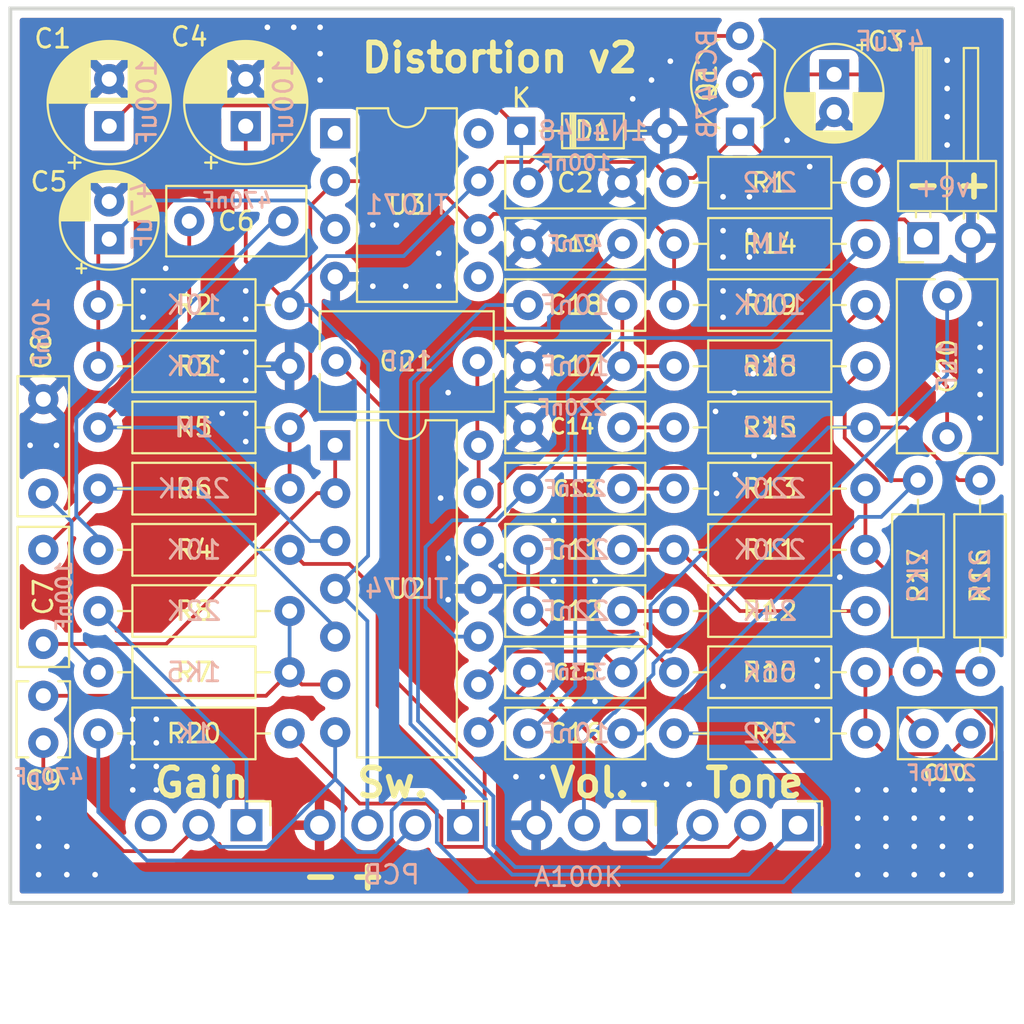
<source format=kicad_pcb>
(kicad_pcb (version 20240108) (generator "pcbnew") (generator_version "8.0")
  (layers (0 "F.Cu" signal) (31 "B.Cu" signal) (34 "B.Paste" user) (35 "F.Paste" user) (36 "B.SilkS" user "B.Silkscreen") (37 "F.SilkS" user "F.Silkscreen") (38 "B.Mask" user) (39 "F.Mask" user) (44 "Edge.Cuts" user))
  (net 0 "")
  (net 1 "GND")
  (net 2 "Net-(D1-K)")
  (net 3 "Net-(Q1-B)")
  (net 4 "+8v")
  (net 5 "Net-(U3-+)")
  (net 6 "Net-(U2A-+)")
  (net 7 "Net-(C6-Pad1)")
  (net 8 "Net-(U2B-+)")
  (net 9 "1")
  (net 10 "Net-(C8-Pad2)")
  (net 11 "Net-(U2B--)")
  (net 12 "Net-(C9-Pad2)")
  (net 13 "Net-(C10-Pad2)")
  (net 14 "2")
  (net 15 "Net-(C11-Pad2)")
  (net 16 "Net-(C11-Pad1)")
  (net 17 "Net-(C12-Pad2)")
  (net 18 "Net-(U2C-+)")
  (net 19 "3")
  (net 20 "Net-(C14-Pad1)")
  (net 21 "Net-(C15-Pad2)")
  (net 22 "Net-(U2C--)")
  (net 23 "Net-(C16-Pad2)")
  (net 24 "4")
  (net 25 "Net-(C18-Pad1)")
  (net 26 "Net-(C19-Pad2)")
  (net 27 "Net-(C20-Pad1)")
  (net 28 "Net-(U2D-+)")
  (net 29 "Net-(C21-Pad2)")
  (net 30 "Net-(U2D--)")
  (net 31 "In")
  (net 32 "+4v")
  (net 33 "Net-(R8-Pad1)")
  (net 34 "Out")
  (net 36 "5")
  (footprint "Resistor_THT:R_Axial_DIN0207_L6.3mm_D2.5mm_P10.16mm_Horizontal" (layer "F.Cu") (at 137 98.25)
    (property "Reference" "R1")
    (property "Value" "2K2")
  )
  (footprint "Resistor_THT:R_Axial_DIN0207_L6.3mm_D2.5mm_P10.16mm_Horizontal" (layer "F.Cu") (at 147.16 117.75 180)
    (property "Reference" "R11")
    (property "Value" "220K")
  )
  (footprint "Connector_PinHeader_2.54mm:PinHeader_1x02_P2.54mm_Horizontal" (layer "F.Cu") (at 150.225 101.2 90)
    (property "Reference" "J1" (hide yes))
    (property "Value" "+9v")
  )
  (footprint "Capacitor_THT:C_Rect_L9.0mm_W5.1mm_P7.50mm_MKT" (layer "F.Cu") (at 126.55 107.75 180)
    (property "Reference" "C21")
    (property "Value" "1uF")
  )
  (footprint "Resistor_THT:R_Axial_DIN0207_L6.3mm_D2.5mm_P10.16mm_Horizontal" (layer "F.Cu") (at 137 108)
    (property "Reference" "R18")
    (property "Value" "5K6")
  )
  (footprint "Capacitor_THT:C_Rect_L7.2mm_W2.5mm_P5.00mm_FKS2_FKP2_MKS2_MKP2" (layer "F.Cu") (at 129.25 104.75)
    (property "Reference" "C18")
    (property "Value" "10nF")
  )
  (footprint "Capacitor_THT:C_Rect_L7.2mm_W2.5mm_P5.00mm_FKS2_FKP2_MKS2_MKP2" (layer "F.Cu") (at 134.25 124.25 180)
    (property "Reference" "C15")
    (property "Value" "3.3nF")
  )
  (footprint "Capacitor_THT:CP_Radial_D6.3mm_P2.50mm" (layer "F.Cu") (at 107 95.25 90)
    (property "Reference" "C1")
    (property "Value" "100uF")
  )
  (footprint "Capacitor_THT:C_Rect_L7.2mm_W2.5mm_P5.00mm_FKS2_FKP2_MKS2_MKP2" (layer "F.Cu") (at 129.25 117.75)
    (property "Reference" "C11")
    (property "Value" "22nF")
  )
  (footprint "Connector_PinHeader_2.54mm:PinHeader_1x03_P2.54mm_Horizontal" (layer "F.Cu") (at 134.75 132.375 -90)
    (property "Reference" "RV3" (hide yes))
    (property "Value" "A100K")
  )
  (footprint "Package_DIP:DIP-8_W7.62mm" (layer "F.Cu") (at 119 95.63)
    (property "Reference" "U3")
    (property "Value" "TL071")
  )
  (footprint "Resistor_THT:R_Axial_DIN0207_L6.3mm_D2.5mm_P10.16mm_Horizontal" (layer "F.Cu") (at 137 111.25)
    (property "Reference" "R15")
    (property "Value" "2K2")
  )
  (footprint "Capacitor_THT:C_Rect_L7.2mm_W2.5mm_P5.00mm_FKS2_FKP2_MKS2_MKP2" (layer "F.Cu") (at 134.25 111.25 180)
    (property "Reference" "C14")
    (property "Value" "220nF")
  )
  (footprint "Capacitor_THT:C_Disc_D5.0mm_W2.5mm_P2.50mm" (layer "F.Cu") (at 152.75 127.5 180)
    (property "Reference" "C10")
    (property "Value" "270pF")
  )
  (footprint "Resistor_THT:R_Axial_DIN0207_L6.3mm_D2.5mm_P10.16mm_Horizontal" (layer "F.Cu") (at 106.42 108)
    (property "Reference" "R3")
    (property "Value" "10K")
  )
  (footprint "Resistor_THT:R_Axial_DIN0207_L6.3mm_D2.5mm_P10.16mm_Horizontal" (layer "F.Cu") (at 147.16 121 180)
    (property "Reference" "R12")
    (property "Value" "24K")
  )
  (footprint "Capacitor_THT:C_Rect_L7.2mm_W2.5mm_P5.00mm_FKS2_FKP2_MKS2_MKP2" (layer "F.Cu") (at 103.5 109.75 -90)
    (property "Reference" "C8")
    (property "Value" "100nF")
  )
  (footprint "Package_TO_SOT_THT:TO-92_Inline_Wide" (layer "F.Cu") (at 140.5 95.54 90)
    (property "Reference" "Q1")
    (property "Value" "BC547B")
  )
  (footprint "Resistor_THT:R_Axial_DIN0207_L6.3mm_D2.5mm_P10.16mm_Horizontal" (layer "F.Cu") (at 147.16 127.5 180)
    (property "Reference" "R9")
    (property "Value" "2K2")
  )
  (footprint "Connector_PinHeader_2.54mm:PinHeader_1x04_P2.54mm_Horizontal" (layer "F.Cu") (at 125.79 132.375 -90)
    (property "Reference" "J2" (hide yes))
    (property "Value" "PCB")
  )
  (footprint "Connector_PinHeader_2.54mm:PinHeader_1x03_P2.54mm_Horizontal" (layer "F.Cu") (at 114.29 132.375 -90)
    (property "Reference" "RV1" (hide yes))
    (property "Value" "B100K" (hide yes))
  )
  (footprint "Capacitor_THT:C_Rect_L7.2mm_W2.5mm_P5.00mm_FKS2_FKP2_MKS2_MKP2" (layer "F.Cu") (at 134.25 114.5 180)
    (property "Reference" "C13")
    (property "Value" "2.2nF")
  )
  (footprint "Resistor_THT:R_Axial_DIN0207_L6.3mm_D2.5mm_P10.16mm_Horizontal" (layer "F.Cu") (at 153.25 124.21 90)
    (property "Reference" "R16")
    (property "Value" "22K")
  )
  (footprint "Resistor_THT:R_Axial_DIN0207_L6.3mm_D2.5mm_P10.16mm_Horizontal" (layer "F.Cu") (at 149.95 124.21 90)
    (property "Reference" "R17")
    (property "Value" "2K2")
  )
  (footprint "Diode_THT:D_DO-34_SOD68_P7.62mm_Horizontal" (layer "F.Cu") (at 128.88 95.5)
    (property "Reference" "D1")
    (property "Value" "1N4148")
  )
  (footprint "Connector_PinHeader_2.54mm:PinHeader_1x03_P2.54mm_Horizontal" (layer "F.Cu") (at 143.58 132.375 -90)
    (property "Reference" "RV2" (hide yes))
    (property "Value" "B10K" (hide yes))
  )
  (footprint "Capacitor_THT:CP_Radial_D5.0mm_P2.00mm" (layer "F.Cu") (at 145.5 92.5 -90)
    (property "Reference" "C3")
    (property "Value" "47uF")
  )
  (footprint "Capacitor_THT:C_Rect_L9.0mm_W5.1mm_P7.50mm_MKT" (layer "F.Cu") (at 151.5 104.25 -90)
    (property "Reference" "C20")
    (property "Value" "1uF")
  )
  (footprint "Capacitor_THT:C_Rect_L7.2mm_W2.5mm_P5.00mm_FKS2_FKP2_MKS2_MKP2" (layer "F.Cu") (at 129.25 101.5)
    (property "Reference" "C19")
    (property "Value" "47nF")
  )
  (footprint "Resistor_THT:R_Axial_DIN0207_L6.3mm_D2.5mm_P10.16mm_Horizontal" (layer "F.Cu") (at 116.58 114.5 180)
    (property "Reference" "R6")
    (property "Value" "220K")
  )
  (footprint "Capacitor_THT:C_Rect_L7.2mm_W2.5mm_P5.00mm_FKS2_FKP2_MKS2_MKP2" (layer "F.Cu") (at 129.25 121)
    (property "Reference" "C12")
    (property "Value" "22nF")
  )
  (footprint "Resistor_THT:R_Axial_DIN0207_L6.3mm_D2.5mm_P10.16mm_Horizontal" (layer "F.Cu") (at 116.58 104.75 180)
    (property "Reference" "R2")
    (property "Value" "10K")
  )
  (footprint "Capacitor_THT:C_Rect_L7.2mm_W2.5mm_P5.00mm_FKS2_FKP2_MKS2_MKP2" (layer "F.Cu") (at 103.5 122.75 90)
    (property "Reference" "C7")
    (property "Value" "100nF")
  )
  (footprint "Resistor_THT:R_Axial_DIN0207_L6.3mm_D2.5mm_P10.16mm_Horizontal" (layer "F.Cu") (at 116.58 111.25 180)
    (property "Reference" "R5")
    (property "Value" "1M")
  )
  (footprint "Capacitor_THT:C_Rect_L7.2mm_W3.5mm_P5.00mm_FKS2_FKP2_MKS2_MKP2" (layer "F.Cu") (at 116.25 100.294887 180)
    (property "Reference" "C6")
    (property "Value" "470nF")
  )
  (footprint "Resistor_THT:R_Axial_DIN0207_L6.3mm_D2.5mm_P10.16mm_Horizontal" (layer "F.Cu") (at 116.58 117.75 180)
    (property "Reference" "R4")
    (property "Value" "10K")
  )
  (footprint "Capacitor_THT:C_Disc_D3.8mm_W2.6mm_P2.50mm" (layer "F.Cu") (at 103.5 125.5 -90)
    (property "Reference" "C9")
    (property "Value" "470pF")
  )
  (footprint "Capacitor_THT:C_Rect_L7.2mm_W2.5mm_P5.00mm_FKS2_FKP2_MKS2_MKP2" (layer "F.Cu") (at 129.25 98.25)
    (property "Reference" "C2")
    (property "Value" "100nF")
  )
  (footprint "Resistor_THT:R_Axial_DIN0207_L6.3mm_D2.5mm_P10.16mm_Horizontal" (layer "F.Cu") (at 106.42 121)
    (property "Reference" "R8")
    (property "Value" "22K")
  )
  (footprint "Resistor_THT:R_Axial_DIN0207_L6.3mm_D2.5mm_P10.16mm_Horizontal" (layer "F.Cu") (at 147.16 114.5 180)
    (property "Reference" "R13")
    (property "Value" "220K")
  )
  (footprint "Resistor_THT:R_Axial_DIN0207_L6.3mm_D2.5mm_P10.16mm_Horizontal" (layer "F.Cu") (at 106.42 127.5)
    (property "Reference" "R20")
    (property "Value" "1K")
  )
  (footprint "Capacitor_THT:C_Rect_L7.2mm_W2.5mm_P5.00mm_FKS2_FKP2_MKS2_MKP2" (layer "F.Cu") (at 129.25 108)
    (property "Reference" "C17")
    (property "Value" "10nF")
  )
  (footprint "Resistor_THT:R_Axial_DIN0207_L6.3mm_D2.5mm_P10.16mm_Horizontal" (layer "F.Cu") (at 106.42 124.25)
    (property "Reference" "R7")
    (property "Value" "1K5")
  )
  (footprint "Package_DIP:DIP-14_W7.62mm" (layer "F.Cu") (at 119 112.2)
    (property "Reference" "U2")
    (property "Value" "TL074")
  )
  (footprint "Resistor_THT:R_Axial_DIN0207_L6.3mm_D2.5mm_P10.16mm_Horizontal" (layer "F.Cu") (at 137 104.75)
    (property "Reference" "R19")
    (property "Value" "100K")
  )
  (footprint "Capacitor_THT:CP_Radial_D6.3mm_P2.50mm" (layer "F.Cu") (at 114.25 95.25 90)
    (property "Reference" "C4")
    (property "Value" "100uF")
  )
  (footprint "Resistor_THT:R_Axial_DIN0207_L6.3mm_D2.5mm_P10.16mm_Horizontal" (layer "F.Cu") (at 147.16 124.25 180)
    (property "Reference" "R10")
    (property "Value" "56K")
  )
  (footprint "Capacitor_THT:C_Rect_L7.2mm_W2.5mm_P5.00mm_FKS2_FKP2_MKS2_MKP2" (layer "F.Cu") (at 134.25 127.5 180)
    (property "Reference" "C16")
    (property "Value" "10nF")
  )
  (footprint "Resistor_THT:R_Axial_DIN0207_L6.3mm_D2.5mm_P10.16mm_Horizontal" (layer "F.Cu") (at 137 101.5)
    (property "Reference" "R14")
    (property "Value" "1M")
  )
  (footprint "Capacitor_THT:CP_Radial_D5.0mm_P2.00mm" (layer "F.Cu") (at 107 101.25 90)
    (property "Reference" "C5")
    (property "Value" "47uF")
  )
  (gr_rect (start 101.75 89) (end 155 136.5) (stroke (width 0.2)) (fill none) (layer "Edge.Cuts"))
  (gr_text "Sw." (at 120 131 0) (layer "F.SilkS") (effects (font (size 1.5 1.5) (thickness 0.3) (bold yes)) (justify left bottom)))
  (gr_text "Tone" (at 138.5 131 0) (layer "F.SilkS") (effects (font (size 1.5 1.5) (thickness 0.3) (bold yes)) (justify left bottom)))
  (gr_text "-" (at 149.1 99.2 0) (layer "F.SilkS") (effects (font (size 1.5 1.5) (thickness 0.3) (bold yes)) (justify left bottom)))
  (gr_text "+" (at 119.6 135.9 0) (layer "F.SilkS") (effects (font (size 1.5 1.5) (thickness 0.3) (bold yes)) (justify left bottom)))
  (gr_text "Vol." (at 130.25 131 0) (layer "F.SilkS") (effects (font (size 1.5 1.5) (thickness 0.3) (bold yes)) (justify left bottom)))
  (gr_text "Gain" (at 109.25 131 0) (layer "F.SilkS") (effects (font (size 1.5 1.5) (thickness 0.3) (bold yes)) (justify left bottom)))
  (gr_text "-" (at 117.1 135.9 0) (layer "F.SilkS") (effects (font (size 1.5 1.5) (thickness 0.3) (bold yes)) (justify left bottom)))
  (gr_text "Distortion v2" (at 120.25 92.5 0) (layer "F.SilkS") (effects (font (size 1.5 1.5) (thickness 0.3) (bold yes)) (justify left bottom)))
  (gr_text "+" (at 151.8 99.2 0) (layer "F.SilkS") (effects (font (size 1.5 1.5) (thickness 0.3) (bold yes)) (justify left bottom)))
  (via (at 140.25 113.75) (size 0.6) (drill 0.3) (layers "F.Cu" "B.Cu") (net 1))
  (via (at 152.75 132) (size 0.6) (drill 0.3) (layers "F.Cu" "B.Cu") (net 1))
  (via (at 113 107.25) (size 0.6) (drill 0.3) (layers "F.Cu" "B.Cu") (net 1))
  (via (at 139.6 125) (size 0.6) (drill 0.3) (layers "F.Cu" "B.Cu") (net 1))
  (via (at 125 120.4) (size 0.6) (drill 0.3) (layers "F.Cu" "B.Cu") (net 1))
  (via (at 110 102.8) (size 0.6) (drill 0.3) (layers "F.Cu" "B.Cu") (net 1))
  (via (at 122.75 103.75) (size 0.6) (drill 0.3) (layers "F.Cu" "B.Cu") (net 1))
  (via (at 109.5 129.25) (size 0.6) (drill 0.3) (layers "F.Cu" "B.Cu") (net 1))
  (via (at 144.6 125) (size 0.6) (drill 0.3) (layers "F.Cu" "B.Cu") (net 1))
  (via (at 140.2 109.4) (size 0.6) (drill 0.3) (layers "F.Cu" "B.Cu") (net 1))
  (via (at 108.25 126.75) (size 0.6) (drill 0.3) (layers "F.Cu" "B.Cu") (net 1))
  (via (at 114.25 108.75) (size 0.6) (drill 0.3) (layers "F.Cu" "B.Cu") (net 1))
  (via (at 132.8 119.4) (size 0.6) (drill 0.3) (layers "F.Cu" "B.Cu") (net 1))
  (via (at 108.25 129.25) (size 0.6) (drill 0.3) (layers "F.Cu" "B.Cu") (net 1))
  (via (at 149.75 132) (size 0.6) (drill 0.3) (layers "F.Cu" "B.Cu") (net 1))
  (via (at 109.5 128) (size 0.6) (drill 0.3) (layers "F.Cu" "B.Cu") (net 1))
  (via (at 114.25 104) (size 0.6) (drill 0.3) (layers "F.Cu" "B.Cu") (net 1))
  (via (at 118.2 91.4) (size 0.6) (drill 0.3) (layers "F.Cu" "B.Cu") (net 1))
  (via (at 152.75 130.5) (size 0.6) (drill 0.3) (layers "F.Cu" "B.Cu") (net 1))
  (via (at 134.8 93.8) (size 0.6) (drill 0.3) (layers "F.Cu" "B.Cu") (net 1))
  (via (at 113 110.5) (size 0.6) (drill 0.3) (layers "F.Cu" "B.Cu") (net 1))
  (via (at 104.2 112.2) (size 0.6) (drill 0.3) (layers "F.Cu" "B.Cu") (net 1))
  (via (at 127.8 118.6) (size 0.6) (drill 0.3) (layers "F.Cu" "B.Cu") (net 1))
  (via (at 153.25 105.75) (size 0.6) (drill 0.3) (layers "F.Cu" "B.Cu") (net 1))
  (via (at 132.8 125.8) (size 0.6) (drill 0.3) (layers "F.Cu" "B.Cu") (net 1))
  (via (at 114.25 105.5) (size 0.6) (drill 0.3) (layers "F.Cu" "B.Cu") (net 1))
  (via (at 141 100.8) (size 0.6) (drill 0.3) (layers "F.Cu" "B.Cu") (net 1))
  (via (at 122.25 100.5) (size 0.6) (drill 0.3) (layers "F.Cu" "B.Cu") (net 1))
  (via (at 148.25 130.5) (size 0.6) (drill 0.3) (layers "F.Cu" "B.Cu") (net 1))
  (via (at 153.25 109.5) (size 0.6) (drill 0.3) (layers "F.Cu" "B.Cu") (net 1))
  (via (at 108.8 104) (size 0.6) (drill 0.3) (layers "F.Cu" "B.Cu") (net 1))
  (via (at 137.8 130.2) (size 0.6) (drill 0.3) (layers "F.Cu" "B.Cu") (net 1))
  (via (at 149.75 130.5) (size 0.6) (drill 0.3) (layers "F.Cu" "B.Cu") (net 1))
  (via (at 148.25 133.5) (size 0.6) (drill 0.3) (layers "F.Cu" "B.Cu") (net 1))
  (via (at 104.75 135) (size 0.6) (drill 0.3) (layers "F.Cu" "B.Cu") (net 1))
  (via (at 135.4 130.2) (size 0.6) (drill 0.3) (layers "F.Cu" "B.Cu") (net 1))
  (via (at 128.6 129.8) (size 0.6) (drill 0.3) (layers "F.Cu" "B.Cu") (net 1))
  (via (at 139.6 99) (size 0.6) (drill 0.3) (layers "F.Cu" "B.Cu") (net 1))
  (via (at 130.6 119.4) (size 0.6) (drill 0.3) (layers "F.Cu" "B.Cu") (net 1))
  (via (at 143 96) (size 0.6) (drill 0.3) (layers "F.Cu" "B.Cu") (net 1))
  (via (at 151.5 94.75) (size 0.6) (drill 0.3) (layers "F.Cu" "B.Cu") (net 1))
  (via (at 114.25 107.25) (size 0.6) (drill 0.3) (layers "F.Cu" "B.Cu") (net 1))
  (via (at 114.25 112) (size 0.6) (drill 0.3) (layers "F.Cu" "B.Cu") (net 1))
  (via (at 151.25 135) (size 0.6) (drill 0.3) (layers "F.Cu" "B.Cu") (net 1))
  (via (at 151.5 91.75) (size 0.6) (drill 0.3) (layers "F.Cu" "B.Cu") (net 1))
  (via (at 113 105.5) (size 0.6) (drill 0.3) (layers "F.Cu" "B.Cu") (net 1))
  (via (at 149.75 133.5) (size 0.6) (drill 0.3) (layers "F.Cu" "B.Cu") (net 1))
  (via (at 124.6 115) (size 0.6) (drill 0.3) (layers "F.Cu" "B.Cu") (net 1))
  (via (at 141.2 108.4) (size 0.6) (drill 0.3) (layers "F.Cu" "B.Cu") (net 1))
  (via (at 135.8 92.8) (size 0.6) (drill 0.3) (layers "F.Cu" "B.Cu") (net 1))
  (via (at 121 100.5) (size 0.6) (drill 0.3) (layers "F.Cu" "B.Cu") (net 1))
  (via (at 142.25 111.75) (size 0.6) (drill 0.3) (layers "F.Cu" "B.Cu") (net 1))
  (via (at 130 129.8) (size 0.6) (drill 0.3) (layers "F.Cu" "B.Cu") (net 1))
  (via (at 149.75 135) (size 0.6) (drill 0.3) (layers "F.Cu" "B.Cu") (net 1))
  (via (at 139.6 100.8) (size 0.6) (drill 0.3) (layers "F.Cu" "B.Cu") (net 1))
  (via (at 109.5 130.5) (size 0.6) (drill 0.3) (layers "F.Cu" "B.Cu") (net 1))
  (via (at 108.25 128) (size 0.6) (drill 0.3) (layers "F.Cu" "B.Cu") (net 1))
  (via (at 148.25 132) (size 0.6) (drill 0.3) (layers "F.Cu" "B.Cu") (net 1))
  (via (at 144.6 126.8) (size 0.6) (drill 0.3) (layers "F.Cu" "B.Cu") (net 1))
  (via (at 118.2 90) (size 0.6) (drill 0.3) (layers "F.Cu" "B.Cu") (net 1))
  (via (at 151.5 93.25) (size 0.6) (drill 0.3) (layers "F.Cu" "B.Cu") (net 1))
  (via (at 141 99) (size 0.6) (drill 0.3) (layers "F.Cu" "B.Cu") (net 1))
  (via (at 139.2 110.4) (size 0.6) (drill 0.3) (layers "F.Cu" "B.Cu") (net 1))
  (via (at 115.4 90) (size 0.6) (drill 0.3) (layers "F.Cu" "B.Cu") (net 1))
  (via (at 103.25 133.5) (size 0.6) (drill 0.3) (layers "F.Cu" "B.Cu") (net 1))
  (via (at 108.8 105.4) (size 0.6) (drill 0.3) (layers "F.Cu" "B.Cu") (net 1))
  (via (at 103.25 135) (size 0.6) (drill 0.3) (layers "F.Cu" "B.Cu") (net 1))
  (via (at 124.5 103.75) (size 0.6) (drill 0.3) (layers "F.Cu" "B.Cu") (net 1))
  (via (at 124.5 102) (size 0.6) (drill 0.3) (layers "F.Cu" "B.Cu") (net 1))
  (via (at 139.6 104) (size 0.6) (drill 0.3) (layers "F.Cu" "B.Cu") (net 1))
  (via (at 152.75 133.5) (size 0.6) (drill 0.3) (layers "F.Cu" "B.Cu") (net 1))
  (via (at 146.75 130.5) (size 0.6) (drill 0.3) (layers "F.Cu" "B.Cu") (net 1))
  (via (at 148.25 135) (size 0.6) (drill 0.3) (layers "F.Cu" "B.Cu") (net 1))
  (via (at 153.25 110.75) (size 0.6) (drill 0.3) (layers "F.Cu" "B.Cu") (net 1))
  (via (at 146.75 132) (size 0.6) (drill 0.3) (layers "F.Cu" "B.Cu") (net 1))
  (via (at 141.25 112.75) (size 0.6) (drill 0.3) (layers "F.Cu" "B.Cu") (net 1))
  (via (at 144.2 97.4) (size 0.6) (drill 0.3) (layers "F.Cu" "B.Cu") (net 1))
  (via (at 151.25 133.5) (size 0.6) (drill 0.3) (layers "F.Cu" "B.Cu") (net 1))
  (via (at 146.75 133.5) (size 0.6) (drill 0.3) (layers "F.Cu" "B.Cu") (net 1))
  (via (at 144.6 123.6) (size 0.6) (drill 0.3) (layers "F.Cu" "B.Cu") (net 1))
  (via (at 152.75 135) (size 0.6) (drill 0.3) (layers "F.Cu" "B.Cu") (net 1))
  (via (at 136.6 130.2) (size 0.6) (drill 0.3) (layers "F.Cu" "B.Cu") (net 1))
  (via (at 139.25 114.75) (size 0.6) (drill 0.3) (layers "F.Cu" "B.Cu") (net 1))
  (via (at 151.25 132) (size 0.6) (drill 0.3) (layers "F.Cu" "B.Cu") (net 1))
  (via (at 125 118.2) (size 0.6) (drill 0.3) (layers "F.Cu" "B.Cu") (net 1))
  (via (at 113 108.75) (size 0.6) (drill 0.3) (layers "F.Cu" "B.Cu") (net 1))
  (via (at 136.8 91.8) (size 0.6) (drill 0.3) (layers "F.Cu" "B.Cu") (net 1))
  (via (at 151.25 130.5) (size 0.6) (drill 0.3) (layers "F.Cu" "B.Cu") (net 1))
  (via (at 108.25 130.5) (size 0.6) (drill 0.3) (layers "F.Cu" "B.Cu") (net 1))
  (via (at 153.25 108.25) (size 0.6) (drill 0.3) (layers "F.Cu" "B.Cu") (net 1))
  (via (at 109.5 126.75) (size 0.6) (drill 0.3) (layers "F.Cu" "B.Cu") (net 1))
  (via (at 139.6 105.4) (size 0.6) (drill 0.3) (layers "F.Cu" "B.Cu") (net 1))
  (via (at 145.8 119.2) (size 0.6) (drill 0.3) (layers "F.Cu" "B.Cu") (net 1))
  (via (at 141 104) (size 0.6) (drill 0.3) (layers "F.Cu" "B.Cu") (net 1))
  (via (at 142.2 107.4) (size 0.6) (drill 0.3) (layers "F.Cu" "B.Cu") (net 1))
  (via (at 151.5 96.25) (size 0.6) (drill 0.3) (layers "F.Cu" "B.Cu") (net 1))
  (via (at 104.75 133.5) (size 0.6) (drill 0.3) (layers "F.Cu" "B.Cu") (net 1))
  (via (at 106.25 135) (size 0.6) (drill 0.3) (layers "F.Cu" "B.Cu") (net 1))
  (via (at 116.8 90) (size 0.6) (drill 0.3) (layers "F.Cu" "B.Cu") (net 1))
  (via (at 118.2 92.8) (size 0.6) (drill 0.3) (layers "F.Cu" "B.Cu") (net 1))
  (via (at 130.6 116.2) (size 0.6) (drill 0.3) (layers "F.Cu" "B.Cu") (net 1))
  (via (at 103.25 132) (size 0.6) (drill 0.3) (layers "F.Cu" "B.Cu") (net 1))
  (via (at 121 103.75) (size 0.6) (drill 0.3) (layers "F.Cu" "B.Cu") (net 1))
  (via (at 153.25 107) (size 0.6) (drill 0.3) (layers "F.Cu" "B.Cu") (net 1))
  (via (at 139.6 102.2) (size 0.6) (drill 0.3) (layers "F.Cu" "B.Cu") (net 1))
  (via (at 141 102.2) (size 0.6) (drill 0.3) (layers "F.Cu" "B.Cu") (net 1))
  (via (at 114.25 110.5) (size 0.6) (drill 0.3) (layers "F.Cu" "B.Cu") (net 1))
  (via (at 146.75 135) (size 0.6) (drill 0.3) (layers "F.Cu" "B.Cu") (net 1))
  (via (at 125 109.4) (size 0.6) (drill 0.3) (layers "F.Cu" "B.Cu") (net 1))
  (via (at 102.8 112.2) (size 0.6) (drill 0.3) (layers "F.Cu" "B.Cu") (net 1))
  (segment (start 130.35 97.15) (end 135.9 97.15) (width 0.2) (layer "F.Cu") (net 2))
  (segment (start 135.9 97.15) (end 137 98.25) (width 0.2) (layer "F.Cu") (net 2))
  (segment (start 137.25 98) (end 138.04 98) (width 0.2) (layer "F.Cu") (net 2))
  (segment (start 127.53 94.15) (end 108.1 94.15) (width 0.2) (layer "F.Cu") (net 2))
  (segment (start 129.25 98.25) (end 130.35 97.15) (width 0.2) (layer "F.Cu") (net 2))
  (segment (start 137 98.25) (end 137.25 98) (width 0.2) (layer "F.Cu") (net 2))
  (segment (start 108.1 94.15) (end 107 95.25) (width 0.2) (layer "F.Cu") (net 2))
  (segment (start 128.88 95.5) (end 127.53 94.15) (width 0.2) (layer "F.Cu") (net 2))
  (segment (start 150.225 101.2) (end 149.225 100.2) (width 0.2) (layer "F.Cu") (net 2))
  (segment (start 138.04 98) (end 140.5 95.54) (width 0.2) (layer "F.Cu") (net 2))
  (segment (start 149.225 100.2) (end 145.16 100.2) (width 0.2) (layer "F.Cu") (net 2))
  (segment (start 145.16 100.2) (end 140.5 95.54) (width 0.2) (layer "F.Cu") (net 2))
  (segment (start 128.88 97.88) (end 129.25 98.25) (width 0.2) (layer "B.Cu") (net 2))
  (segment (start 128.88 95.5) (end 128.88 97.88) (width 0.2) (layer "B.Cu") (net 2))
  (segment (start 148.2 97.21) (end 148.2 93.4) (width 0.2) (layer "F.Cu") (net 3))
  (segment (start 147.3 92.5) (end 145.5 92.5) (width 0.2) (layer "F.Cu") (net 3))
  (segment (start 140.75 93) (end 141.25 92.5) (width 0.2) (layer "F.Cu") (net 3))
  (segment (start 147.16 98.25) (end 148.2 97.21) (width 0.2) (layer "F.Cu") (net 3))
  (segment (start 148.2 93.4) (end 147.3 92.5) (width 0.2) (layer "F.Cu") (net 3))
  (segment (start 140.5 93) (end 140.75 93) (width 0.2) (layer "F.Cu") (net 3))
  (segment (start 141.25 92.5) (end 145.5 92.5) (width 0.2) (layer "F.Cu") (net 3))
  (segment (start 136.02 90.46) (end 129.33 97.15) (width 0.2) (layer "F.Cu") (net 4))
  (segment (start 127.64 97.15) (end 126.62 98.17) (width 0.2) (layer "F.Cu") (net 4))
  (segment (start 129.33 97.15) (end 127.64 97.15) (width 0.2) (layer "F.Cu") (net 4))
  (segment (start 140.5 90.46) (end 136.02 90.46) (width 0.2) (layer "F.Cu") (net 4))
  (segment (start 114.25 102.42) (end 116.58 104.75) (width 0.2) (layer "F.Cu") (net 4))
  (segment (start 114.25 95.25) (end 114.25 102.42) (width 0.2) (layer "F.Cu") (net 4))
  (segment (start 117.605635 104.75) (end 116.58 104.75) (width 0.2) (layer "B.Cu") (net 4))
  (segment (start 120.75 107.894365) (end 117.605635 104.75) (width 0.2) (layer "B.Cu") (net 4))
  (segment (start 120.71 132.375) (end 120.71 121.53) (width 0.2) (layer "B.Cu") (net 4))
  (segment (start 120.71 121.53) (end 119 119.82) (width 0.2) (layer "B.Cu") (net 4))
  (segment (start 120.75 118.07) (end 120.75 107.894365) (width 0.2) (layer "B.Cu") (net 4))
  (segment (start 126.62 98.17) (end 122.64 102.15) (width 0.2) (layer "B.Cu") (net 4))
  (segment (start 119 119.82) (end 120.75 118.07) (width 0.2) (layer "B.Cu") (net 4))
  (segment (start 116.58 104.114365) (end 116.58 104.75) (width 0.2) (layer "B.Cu") (net 4))
  (segment (start 122.64 102.15) (end 118.544365 102.15) (width 0.2) (layer "B.Cu") (net 4))
  (segment (start 118.544365 102.15) (end 116.58 104.114365) (width 0.2) (layer "B.Cu") (net 4))
  (segment (start 106.42 104.75) (end 106.42 101.83) (width 0.2) (layer "F.Cu") (net 5))
  (segment (start 106.42 101.83) (end 107 101.25) (width 0.2) (layer "F.Cu") (net 5))
  (segment (start 106.42 104.75) (end 106.42 108) (width 0.2) (layer "F.Cu") (net 5))
  (segment (start 107 101.25) (end 109.055113 99.194887) (width 0.2) (layer "B.Cu") (net 5))
  (segment (start 109.055113 99.194887) (end 117.484887 99.194887) (width 0.2) (layer "B.Cu") (net 5))
  (segment (start 117.484887 99.194887) (end 119 100.71) (width 0.2) (layer "B.Cu") (net 5))
  (segment (start 111.25 106.42) (end 111.25 100.294887) (width 0.2) (layer "F.Cu") (net 6))
  (segment (start 106.42 111.25) (end 111.25 106.42) (width 0.2) (layer "F.Cu") (net 6))
  (segment (start 119 117.28) (end 117.665635 117.28) (width 0.2) (layer "B.Cu") (net 6))
  (segment (start 117.665635 117.28) (end 111.635635 111.25) (width 0.2) (layer "B.Cu") (net 6))
  (segment (start 111.635635 111.25) (end 106.42 111.25) (width 0.2) (layer "B.Cu") (net 6))
  (segment (start 106.42 117.104314) (end 106.42 117.75) (width 0.2) (layer "B.Cu") (net 7))
  (segment (start 105.25 110.75) (end 105.25 115.934314) (width 0.2) (layer "B.Cu") (net 7))
  (segment (start 115.705113 100.294887) (end 105.25 110.75) (width 0.2) (layer "B.Cu") (net 7))
  (segment (start 116.25 100.294887) (end 115.705113 100.294887) (width 0.2) (layer "B.Cu") (net 7))
  (segment (start 105.25 115.934314) (end 106.42 117.104314) (width 0.2) (layer "B.Cu") (net 7))
  (segment (start 106.42 114.83) (end 106.42 114.5) (width 0.2) (layer "F.Cu") (net 8))
  (segment (start 103.5 117.75) (end 106.42 114.83) (width 0.2) (layer "F.Cu") (net 8))
  (segment (start 111.635635 114.5) (end 119 121.864365) (width 0.2) (layer "B.Cu") (net 8))
  (segment (start 106.42 114.5) (end 111.635635 114.5) (width 0.2) (layer "B.Cu") (net 8))
  (segment (start 119 121.864365) (end 119 122.36) (width 0.2) (layer "B.Cu") (net 8))
  (segment (start 110.024365 122.75) (end 103.5 122.75) (width 0.2) (layer "F.Cu") (net 9))
  (segment (start 119 112.2) (end 119 114.74) (width 0.2) (layer "F.Cu") (net 9))
  (segment (start 118.034365 114.74) (end 110.024365 122.75) (width 0.2) (layer "F.Cu") (net 9))
  (segment (start 119 114.74) (end 118.034365 114.74) (width 0.2) (layer "F.Cu") (net 9))
  (segment (start 105 122.83) (end 106.42 124.25) (width 0.2) (layer "B.Cu") (net 10))
  (segment (start 103.5 114.75) (end 105 116.25) (width 0.2) (layer "B.Cu") (net 10))
  (segment (start 105 116.25) (end 105 122.83) (width 0.2) (layer "B.Cu") (net 10))
  (segment (start 115.33 125.5) (end 116.58 124.25) (width 0.2) (layer "F.Cu") (net 11))
  (segment (start 117.23 124.9) (end 116.58 124.25) (width 0.2) (layer "F.Cu") (net 11))
  (segment (start 119 124.9) (end 117.23 124.9) (width 0.2) (layer "F.Cu") (net 11))
  (segment (start 103.5 125.5) (end 115.33 125.5) (width 0.2) (layer "F.Cu") (net 11))
  (segment (start 116.58 124.25) (end 116.58 121) (width 0.2) (layer "B.Cu") (net 11))
  (segment (start 103.5 129.5) (end 107.75 133.75) (width 0.2) (layer "F.Cu") (net 12))
  (segment (start 103.5 128) (end 103.5 129.5) (width 0.2) (layer "F.Cu") (net 12))
  (segment (start 110.375 133.75) (end 111.75 132.375) (width 0.2) (layer "F.Cu") (net 12))
  (segment (start 107.75 133.75) (end 110.375 133.75) (width 0.2) (layer "F.Cu") (net 12))
  (segment (start 119.4 133) (end 119.4 130.318654) (width 0.2) (layer "B.Cu") (net 12))
  (segment (start 142.8 135.4) (end 126.515 135.4) (width 0.2) (layer "B.Cu") (net 12))
  (segment (start 123.8 131) (end 122.6 131) (width 0.2) (layer "B.Cu") (net 12))
  (segment (start 124.4 133.285) (end 124.4 131.6) (width 0.2) (layer "B.Cu") (net 12))
  (segment (start 121.155673 133.8) (end 120.2 133.8) (width 0.2) (layer "B.Cu") (net 12))
  (segment (start 119 129.918654) (end 119 127.44) (width 0.2) (layer "B.Cu") (net 12))
  (segment (start 144.73 131.225) (end 144.73 133.47) (width 0.2) (layer "B.Cu") (net 12))
  (segment (start 122 131.6) (end 122 132.955673) (width 0.2) (layer "B.Cu") (net 12))
  (segment (start 115.393654 133.525) (end 119 129.918654) (width 0.2) (layer "B.Cu") (net 12))
  (segment (start 111.75 132.375) (end 112.9 133.525) (width 0.2) (layer "B.Cu") (net 12))
  (segment (start 120.2 133.8) (end 119.4 133) (width 0.2) (layer "B.Cu") (net 12))
  (segment (start 112.9 133.525) (end 115.393654 133.525) (width 0.2) (layer "B.Cu") (net 12))
  (segment (start 122 132.955673) (end 121.155673 133.8) (width 0.2) (layer "B.Cu") (net 12))
  (segment (start 137 127.5) (end 141.005 127.5) (width 0.2) (layer "B.Cu") (net 12))
  (segment (start 122.6 131) (end 122 131.6) (width 0.2) (layer "B.Cu") (net 12))
  (segment (start 141.005 127.5) (end 144.73 131.225) (width 0.2) (layer "B.Cu") (net 12))
  (segment (start 126.515 135.4) (end 124.4 133.285) (width 0.2) (layer "B.Cu") (net 12))
  (segment (start 124.4 131.6) (end 123.8 131) (width 0.2) (layer "B.Cu") (net 12))
  (segment (start 144.73 133.47) (end 142.8 135.4) (width 0.2) (layer "B.Cu") (net 12))
  (segment (start 119.4 130.318654) (end 119 129.918654) (width 0.2) (layer "B.Cu") (net 12))
  (segment (start 150.25 127.5) (end 148.5 125.75) (width 0.2) (layer "F.Cu") (net 13))
  (segment (start 148.5 125.75) (end 148.5 119.09) (width 0.2) (layer "F.Cu") (net 13))
  (segment (start 148.5 119.09) (end 147.16 117.75) (width 0.2) (layer "F.Cu") (net 13))
  (segment (start 147.16 117.75) (end 147.16 114.5) (width 0.2) (layer "F.Cu") (net 13))
  (segment (start 147.16 127.5) (end 147.16 124.25) (width 0.2) (layer "F.Cu") (net 14))
  (segment (start 148.26 128.6) (end 151.65 128.6) (width 0.2) (layer "F.Cu") (net 14))
  (segment (start 151.65 128.6) (end 152.75 127.5) (width 0.2) (layer "F.Cu") (net 14))
  (segment (start 147.16 127.5) (end 148.26 128.6) (width 0.2) (layer "F.Cu") (net 14))
  (segment (start 137.25 117.75) (end 140.5 121) (width 0.2) (layer "F.Cu") (net 15))
  (segment (start 140.5 121) (end 147.16 121) (width 0.2) (layer "F.Cu") (net 15))
  (segment (start 134.25 117.75) (end 137 117.75) (width 0.2) (layer "F.Cu") (net 15))
  (segment (start 137 117.75) (end 137.25 117.75) (width 0.2) (layer "F.Cu") (net 15))
  (segment (start 129.5 121) (end 130.6 122.1) (width 0.2) (layer "F.Cu") (net 16))
  (segment (start 129.25 121) (end 129.5 121) (width 0.2) (layer "F.Cu") (net 16))
  (segment (start 130.6 122.1) (end 134.85 122.1) (width 0.2) (layer "F.Cu") (net 16))
  (segment (start 134.85 122.1) (end 137 124.25) (width 0.2) (layer "F.Cu") (net 16))
  (segment (start 129.25 117.75) (end 129.25 121) (width 0.2) (layer "B.Cu") (net 16))
  (segment (start 134.25 121) (end 137 121) (width 0.2) (layer "F.Cu") (net 17))
  (segment (start 126.62 122.36) (end 126.62 122.074365) (width 0.2) (layer "F.Cu") (net 18))
  (segment (start 131.35 109.344365) (end 131.35 112.4) (width 0.2) (layer "B.Cu") (net 18))
  (segment (start 123.8 117.6) (end 123.8 120.8) (width 0.2) (layer "B.Cu") (net 18))
  (segment (start 123.8 120.8) (end 125.36 122.36) (width 0.2) (layer "B.Cu") (net 18))
  (segment (start 131.35 112.4) (end 129.25 114.5) (width 0.2) (layer "B.Cu") (net 18))
  (segment (start 125.22 116.18) (end 123.8 117.6) (width 0.2) (layer "B.Cu") (net 18))
  (segment (start 134.194365 106.5) (end 131.35 109.344365) (width 0.2) (layer "B.Cu") (net 18))
  (segment (start 125.36 122.36) (end 126.62 122.36) (width 0.2) (layer "B.Cu") (net 18))
  (segment (start 127.57 116.18) (end 125.22 116.18) (width 0.2) (layer "B.Cu") (net 18))
  (segment (start 147.16 101.5) (end 142.16 106.5) (width 0.2) (layer "B.Cu") (net 18))
  (segment (start 129.25 114.5) (end 127.57 116.18) (width 0.2) (layer "B.Cu") (net 18))
  (segment (start 142.16 106.5) (end 134.194365 106.5) (width 0.2) (layer "B.Cu") (net 18))
  (segment (start 134.25 114.5) (end 137 114.5) (width 0.2) (layer "F.Cu") (net 19))
  (segment (start 134.25 111.25) (end 137 111.25) (width 0.2) (layer "F.Cu") (net 20))
  (segment (start 129.25 124.25) (end 129 124.25) (width 0.2) (layer "F.Cu") (net 21))
  (segment (start 134 129) (end 152.805635 129) (width 0.2) (layer "F.Cu") (net 21))
  (segment (start 129.25 124.81) (end 129.25 124.25) (width 0.2) (layer "F.Cu") (net 21))
  (segment (start 153.25 124.21) (end 151.79 124.21) (width 0.2) (layer "F.Cu") (net 21))
  (segment (start 129.25 124.25) (end 134 129) (width 0.2) (layer "F.Cu") (net 21))
  (segment (start 151.402817 124.597183) (end 151.015635 124.21) (width 0.2) (layer "F.Cu") (net 21))
  (segment (start 153.85 127.955635) (end 153.85 127.044365) (width 0.2) (layer "F.Cu") (net 21))
  (segment (start 151.015635 124.21) (end 149.95 124.21) (width 0.2) (layer "F.Cu") (net 21))
  (segment (start 152.805635 129) (end 153.85 127.955635) (width 0.2) (layer "F.Cu") (net 21))
  (segment (start 151.79 124.21) (end 151.402817 124.597183) (width 0.2) (layer "F.Cu") (net 21))
  (segment (start 129 124.25) (end 128.8 124.45) (width 0.2) (layer "F.Cu") (net 21))
  (segment (start 126.62 127.44) (end 129.25 124.81) (width 0.2) (layer "F.Cu") (net 21))
  (segment (start 153.85 127.044365) (end 151.402817 124.597183) (width 0.2) (layer "F.Cu") (net 21))
  (segment (start 149.31863 111.25) (end 147.16 111.25) (width 0.2) (layer "F.Cu") (net 22))
  (segment (start 128.37 123.15) (end 133.15 123.15) (width 0.2) (layer "F.Cu") (net 22))
  (segment (start 153.25 114.05) (end 152.11863 114.05) (width 0.2) (layer "F.Cu") (net 22))
  (segment (start 134.25 124.25) (end 134 124.25) (width 0.2) (layer "F.Cu") (net 22))
  (segment (start 126.62 124.9) (end 128.37 123.15) (width 0.2) (layer "F.Cu") (net 22))
  (segment (start 152.11863 114.05) (end 149.31863 111.25) (width 0.2) (layer "F.Cu") (net 22))
  (segment (start 133.15 123.15) (end 134.25 124.25) (width 0.2) (layer "F.Cu") (net 22))
  (segment (start 135.75 120.694365) (end 135.75 122.75) (width 0.2) (layer "B.Cu") (net 22))
  (segment (start 135.75 122.75) (end 134.25 124.25) (width 0.2) (layer "B.Cu") (net 22))
  (segment (start 147.16 111.25) (end 145.194365 111.25) (width 0.2) (layer "B.Cu") (net 22))
  (segment (start 145.194365 111.25) (end 135.75 120.694365) (width 0.2) (layer "B.Cu") (net 22))
  (segment (start 134.25 104.75) (end 134.25 108) (width 0.2) (layer "F.Cu") (net 23))
  (segment (start 137 108) (end 134.25 108) (width 0.2) (layer "F.Cu") (net 23))
  (segment (start 134.25 108) (end 131.75 110.5) (width 0.2) (layer "B.Cu") (net 23))
  (segment (start 131.75 110.5) (end 131.75 125) (width 0.2) (layer "B.Cu") (net 23))
  (segment (start 131.75 125) (end 129.25 127.5) (width 0.2) (layer "B.Cu") (net 23))
  (segment (start 146.06 111.81) (end 148.3 114.05) (width 0.2) (layer "F.Cu") (net 24))
  (segment (start 147.16 108) (end 146.06 109.1) (width 0.2) (layer "F.Cu") (net 24))
  (segment (start 146.06 109.1) (end 146.06 111.81) (width 0.2) (layer "F.Cu") (net 24))
  (segment (start 148.3 114.05) (end 149.95 114.05) (width 0.2) (layer "F.Cu") (net 24))
  (segment (start 146.805635 116) (end 135.305635 127.5) (width 0.2) (layer "B.Cu") (net 24))
  (segment (start 135.305635 127.5) (end 134.25 127.5) (width 0.2) (layer "B.Cu") (net 24))
  (segment (start 148 116) (end 146.805635 116) (width 0.2) (layer "B.Cu") (net 24))
  (segment (start 149.95 114.05) (end 148 116) (width 0.2) (layer "B.Cu") (net 24))
  (segment (start 140.955 135) (end 143.58 132.375) (width 0.2) (layer "B.Cu") (net 25))
  (segment (start 128.4 135) (end 140.955 135) (width 0.2) (layer "B.Cu") (net 25))
  (segment (start 127 131) (end 127 133.6) (width 0.2) (layer "B.Cu") (net 25))
  (segment (start 129.25 104.75) (end 127 104.75) (width 0.2) (layer "B.Cu") (net 25))
  (segment (start 127 104.75) (end 123 108.75) (width 0.2) (layer "B.Cu") (net 25))
  (segment (start 123 108.75) (end 123 127) (width 0.2) (layer "B.Cu") (net 25))
  (segment (start 127 133.6) (end 128.4 135) (width 0.2) (layer "B.Cu") (net 25))
  (segment (start 123 127) (end 127 131) (width 0.2) (layer "B.Cu") (net 25))
  (segment (start 136.275 134.6) (end 138.5 132.375) (width 0.2) (layer "B.Cu") (net 26))
  (segment (start 128.565686 134.6) (end 136.275 134.6) (width 0.2) (layer "B.Cu") (net 26))
  (segment (start 127.4 133.434314) (end 128.565686 134.6) (width 0.2) (layer "B.Cu") (net 26))
  (segment (start 123.4 108.915686) (end 123.4 126.834314) (width 0.2) (layer "B.Cu") (net 26))
  (segment (start 127.4 130.834314) (end 127.4 133.434314) (width 0.2) (layer "B.Cu") (net 26))
  (segment (start 130.35 105.4) (end 130.35 106) (width 0.2) (layer "B.Cu") (net 26))
  (segment (start 130.35 106) (end 126.315686 106) (width 0.2) (layer "B.Cu") (net 26))
  (segment (start 134.25 101.5) (end 130.35 105.4) (width 0.2) (layer "B.Cu") (net 26))
  (segment (start 126.315686 106) (end 123.4 108.915686) (width 0.2) (layer "B.Cu") (net 26))
  (segment (start 123.4 126.834314) (end 127.4 130.834314) (width 0.2) (layer "B.Cu") (net 26))
  (segment (start 132.21 127.984365) (end 132.21 132.375) (width 0.2) (layer "B.Cu") (net 27))
  (segment (start 151.5 104.25) (end 151.5 108.465635) (width 0.2) (layer "B.Cu") (net 27))
  (segment (start 135.9 124.35) (end 133.85 126.4) (width 0.2) (layer "B.Cu") (net 27))
  (segment (start 133.794365 126.4) (end 132.21 127.984365) (width 0.2) (layer "B.Cu") (net 27))
  (segment (start 151.5 108.465635) (end 136.815635 123.15) (width 0.2) (layer "B.Cu") (net 27))
  (segment (start 136.544365 123.15) (end 135.9 123.794365) (width 0.2) (layer "B.Cu") (net 27))
  (segment (start 136.815635 123.15) (end 136.544365 123.15) (width 0.2) (layer "B.Cu") (net 27))
  (segment (start 135.9 123.794365) (end 135.9 124.35) (width 0.2) (layer "B.Cu") (net 27))
  (segment (start 133.85 126.4) (end 133.794365 126.4) (width 0.2) (layer "B.Cu") (net 27))
  (segment (start 126.62 116.564314) (end 126.62 117.28) (width 0.2) (layer "F.Cu") (net 28))
  (segment (start 127.72 114.284365) (end 127.72 115.464314) (width 0.2) (layer "F.Cu") (net 28))
  (segment (start 151.5 109.09) (end 151.5 111.75) (width 0.2) (layer "F.Cu") (net 28))
  (segment (start 138.51 113.4) (end 128.604365 113.4) (width 0.2) (layer "F.Cu") (net 28))
  (segment (start 147.16 104.75) (end 151.5 109.09) (width 0.2) (layer "F.Cu") (net 28))
  (segment (start 128.604365 113.4) (end 127.72 114.284365) (width 0.2) (layer "F.Cu") (net 28))
  (segment (start 127.72 115.464314) (end 126.62 116.564314) (width 0.2) (layer "F.Cu") (net 28))
  (segment (start 147.16 104.75) (end 138.51 113.4) (width 0.2) (layer "F.Cu") (net 28))
  (segment (start 126.94 129.44) (end 121.65 124.15) (width 0.2) (layer "F.Cu") (net 29))
  (segment (start 124.64 132) (end 124.64 133.525) (width 0.2) (layer "F.Cu") (net 29))
  (segment (start 124.64 133.525) (end 126.94 133.525) (width 0.2) (layer "F.Cu") (net 29))
  (segment (start 116.58 127.5) (end 120.305 131.225) (width 0.2) (layer "F.Cu") (net 29))
  (segment (start 126.94 133.525) (end 126.94 129.44) (width 0.2) (layer "F.Cu") (net 29))
  (segment (start 121.65 124.15) (end 121.65 110.35) (width 0.2) (layer "F.Cu") (net 29))
  (segment (start 121.65 110.35) (end 119.05 107.75) (width 0.2) (layer "F.Cu") (net 29))
  (segment (start 123.865 131.225) (end 124.64 132) (width 0.2) (layer "F.Cu") (net 29))
  (segment (start 120.305 131.225) (end 123.865 131.225) (width 0.2) (layer "F.Cu") (net 29))
  (segment (start 126.55 107.75) (end 126.55 112.13) (width 0.2) (layer "F.Cu") (net 30))
  (segment (start 126.55 112.13) (end 126.62 112.2) (width 0.2) (layer "F.Cu") (net 30))
  (segment (start 126.62 114.74) (end 126.62 112.2) (width 0.2) (layer "F.Cu") (net 30))
  (segment (start 121.25 126) (end 121.25 120) (width 0.2) (layer "F.Cu") (net 31))
  (segment (start 117.33 118.5) (end 116.58 117.75) (width 0.2) (layer "F.Cu") (net 31))
  (segment (start 125.79 130.54) (end 121.25 126) (width 0.2) (layer "F.Cu") (net 31))
  (segment (start 121.25 120) (end 119.75 118.5) (width 0.2) (layer "F.Cu") (net 31))
  (segment (start 125.79 132.375) (end 125.79 130.54) (width 0.2) (layer "F.Cu") (net 31))
  (segment (start 119.75 118.5) (end 117.33 118.5) (width 0.2) (layer "F.Cu") (net 31))
  (segment (start 117.68 110.15) (end 116.58 111.25) (width 0.2) (layer "F.Cu") (net 32))
  (segment (start 127.419999 99.910001) (end 135.410001 99.910001) (width 0.2) (layer "F.Cu") (net 32))
  (segment (start 119 98.17) (end 124.08 98.17) (width 0.2) (layer "F.Cu") (net 32))
  (segment (start 135.410001 99.910001) (end 137 101.5) (width 0.2) (layer "F.Cu") (net 32))
  (segment (start 117.68 99.49) (end 117.68 110.15) (width 0.2) (layer "F.Cu") (net 32))
  (segment (start 119 98.17) (end 117.68 99.49) (width 0.2) (layer "F.Cu") (net 32))
  (segment (start 126.62 100.71) (end 127.419999 99.910001) (width 0.2) (layer "F.Cu") (net 32))
  (segment (start 137 104.75) (end 137 101.5) (width 0.2) (layer "F.Cu") (net 32))
  (segment (start 124.08 98.17) (end 126.62 100.71) (width 0.2) (layer "F.Cu") (net 32))
  (segment (start 116.58 114.5) (end 116.58 111.25) (width 0.2) (layer "F.Cu") (net 32))
  (segment (start 114.29 132.375) (end 114.29 128.87) (width 0.2) (layer "B.Cu") (net 33))
  (segment (start 114.29 128.87) (end 106.42 121) (width 0.2) (layer "B.Cu") (net 33))
  (segment (start 106.42 127.5) (end 106.42 127.92) (width 0.2) (layer "F.Cu") (net 34))
  (segment (start 109 134.25) (end 106.42 131.67) (width 0.2) (layer "B.Cu") (net 34))
  (segment (start 106.42 131.67) (end 106.42 127.5) (width 0.2) (layer "B.Cu") (net 34))
  (segment (start 121.375 134.25) (end 109 134.25) (width 0.2) (layer "B.Cu") (net 34))
  (segment (start 123.25 132.375) (end 121.375 134.25) (width 0.2) (layer "B.Cu") (net 34))
  (segment (start 134.75 132.375) (end 135.9 133.525) (width 0.2) (layer "F.Cu") (net 36))
  (segment (start 135.9 133.525) (end 139.89 133.525) (width 0.2) (layer "F.Cu") (net 36))
  (segment (start 139.89 133.525) (end 141.04 132.375) (width 0.2) (layer "F.Cu") (net 36))
  (zone (net 1) (net_name "GND") (layers "F&B.Cu") (connect_pads (clearance 0.5)) (min_thickness 0.25) (fill yes (thermal_gap 0.5) (thermal_bridge_width 0.5))
    (polygon (pts (xy 101.2 88.6) (xy 155.55 88.55) (xy 155.6 137) (xy 101.2 137)))
  )
)
</source>
